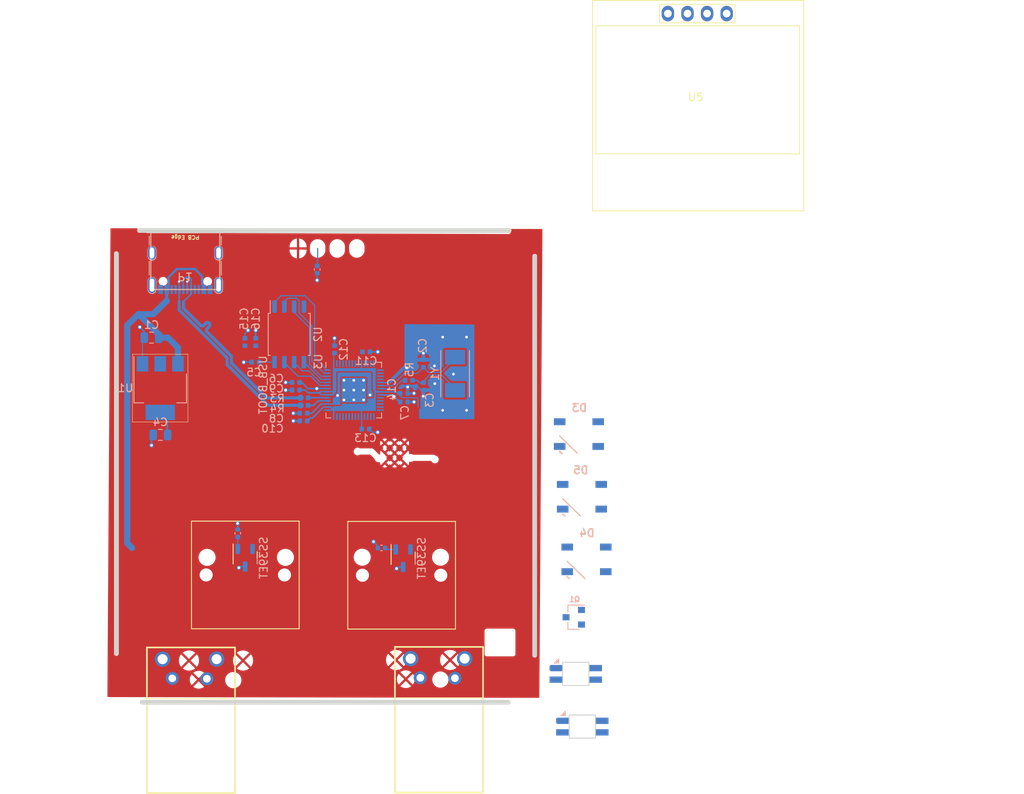
<source format=kicad_pcb>
(kicad_pcb (version 20221018) (generator pcbnew)
  (title_block (title "RP2040 Minimal Design Example") (date "2020-07-13") (rev "REV1") (company "Raspberry Pi (Trading) Ltd"))
  (layers (0 "F.Cu" signal) (31 "B.Cu" signal) (34 "B.Paste" user) (35 "F.Paste" user) (36 "B.SilkS" user "B.Silkscreen") (37 "F.SilkS" user "F.Silkscreen") (38 "B.Mask" user) (39 "F.Mask" user) (44 "Edge.Cuts" user))
  (net 0 "")
  (net 1 "GND")
  (net 2 "VBUS")
  (net 3 "/XIN")
  (net 4 "/XOUT")
  (net 5 "+3V3")
  (net 6 "+1V1")
  (net 7 "/GPIO2")
  (net 8 "/GPIO1")
  (net 9 "/GPIO0")
  (net 10 "Net-(R4-Pad2)")
  (net 11 "Net-(R3-Pad2)")
  (net 12 "Net-(C3-Pad1)")
  (net 13 "/RUN")
  (net 14 "/GPIO9")
  (net 15 "/GPIO8")
  (net 16 "/GPIO7")
  (net 17 "/GPIO6")
  (net 18 "/GPIO5")
  (net 19 "/GPIO4")
  (net 20 "/GPIO3")
  (net 21 "/SWD")
  (net 22 "/SWCLK")
  (net 23 "/QSPI_SS")
  (net 24 "/GPIO29_ADC3")
  (net 25 "/GPIO28_ADC2")
  (net 26 "/QSPI_SD3")
  (net 27 "/QSPI_SCLK")
  (net 28 "/QSPI_SD0")
  (net 29 "/QSPI_SD2")
  (net 30 "/QSPI_SD1")
  (net 31 "/USB_D+")
  (net 32 "/USB_D-")
  (net 33 "/GPIO27_ADC1")
  (net 34 "/GPIO26_ADC0")
  (net 35 "/GPIO25")
  (net 36 "/GPIO24")
  (net 37 "/GPIO23")
  (net 38 "/GPIO22")
  (net 39 "/GPIO21")
  (net 40 "/GPIO20")
  (net 41 "/GPIO19")
  (net 42 "/GPIO18")
  (net 43 "/GPIO17")
  (net 44 "/GPIO16")
  (net 45 "/GPIO15")
  (net 46 "/GPIO14")
  (net 47 "/GPIO13")
  (net 48 "/GPIO12")
  (net 49 "/GPIO11")
  (net 50 "/GPIO10")
  (net 51 "I2C0_SCL")
  (net 52 "I2C0_SDA")
  (footprint "Button_Switch_Keyboard:SW_Lekker_MX_1.00u_PCB" (layer "F.Cu") (at 91.83 110.24)
    (fp_text reference "REF**" hide)
    (fp_text value "SW_Lekker_MX_1.00u_PCB")
  )
  (footprint "Button_Switch_THT:2-1825027-0_Right_Angle_Button" (layer "F.Cu") (at 78.557 126.25)
    (fp_text reference "SW1" hide)
    (fp_text value "2-1825027-0_Right_Angle_Switch-9.24mm_Stem" hide)
  )
  (footprint "Button_Switch_Keyboard:SW_Lekker_MX_1.00u_PCB" (layer "F.Cu") (at 112.1 110.28)
    (fp_text reference "REF**" hide)
    (fp_text value "SW_Lekker_MX_1.00u_PCB")
  )
  (footprint "SSD1306:128x64OLED" (layer "F.Cu") (at 147.72 53.06)
    (fp_text reference "U5")
    (fp_text value "128x64OLED")
  )
  (footprint "Button_Switch_THT:2-1825027-0_Right_Angle_Button" (layer "F.Cu") (at 110.727 126.18)
    (fp_text reference "SW2" hide)
    (fp_text value "2-1825027-0_Right_Angle_Switch-9.24mm_Stem" hide)
  )
  (footprint "Capacitor_SMD:C_0805_2012Metric" (layer "B.Cu") (at 78.275 97.145 180)
    (fp_text reference "C4")
    (fp_text value "10u")
  )
  (footprint "Capacitor_SMD:C_0402_1005Metric" (layer "B.Cu") (at 96.8325 95.3325 180)
    (fp_text reference "C10")
    (fp_text value "1u")
  )
  (footprint "Capacitor_SMD:C_0402_1005Metric" (layer "B.Cu") (at 96.8325 94.3325 180)
    (fp_text reference "C8")
    (fp_text value "1u")
  )
  (footprint "Capacitor_SMD:C_0402_1005Metric" (layer "B.Cu") (at 104.8725 96.38)
    (fp_text reference "C13")
    (fp_text value "100n")
  )
  (footprint "Capacitor_SMD:C_0402_1005Metric" (layer "B.Cu") (at 90.595 87.6975 180)
    (fp_text reference "C5")
    (fp_text value "100n")
  )
  (footprint "Package_TO_SOT_SMD:SOT-223-3_TabPin2" (layer "B.Cu") (at 78.25 91.075 -90)
    (fp_text reference "U1")
    (fp_text value "NCP1117-3.3_SOT223")
  )
  (footprint "Package_SO:SOIC-8_5.23x5.23mm_P1.27mm" (layer "B.Cu") (at 94.985 84.0975 -90)
    (fp_text reference "U2")
    (fp_text value "W25Q128JVS")
  )
  (footprint "Capacitor_SMD:C_0402_1005Metric" (layer "B.Cu") (at 112.3825 90.85 -90)
    (fp_text reference "C3")
    (fp_text value "27p")
  )
  (footprint "Capacitor_SMD:C_0402_1005Metric" (layer "B.Cu") (at 95.8325 91.3325 180)
    (fp_text reference "C9")
    (fp_text value "100n")
  )
  (footprint "Capacitor_SMD:C_0402_1005Metric" (layer "B.Cu") (at 100.8675 86.045 90)
    (fp_text reference "C12")
    (fp_text value "100n")
  )
  (footprint "Capacitor_SMD:C_0402_1005Metric" (layer "B.Cu") (at 109.8675 91.746)
    (fp_text reference "C14")
    (fp_text value "100n")
  )
  (footprint "Capacitor_SMD:C_0402_1005Metric" (layer "B.Cu") (at 96.946624 92.3175)
    (fp_text reference "R3")
    (fp_text value "27")
  )
  (footprint "Capacitor_SMD:C_0402_1005Metric" (layer "B.Cu") (at 109.8675 92.865)
    (fp_text reference "C7")
    (fp_text value "100n")
  )
  (footprint "Capacitor_SMD:C_0805_2012Metric" (layer "B.Cu") (at 77.125 84.52 180)
    (fp_text reference "C1")
    (fp_text value "10u")
  )
  (footprint "Capacitor_SMD:C_0402_1005Metric" (layer "B.Cu") (at 104.9575 86.3675)
    (fp_text reference "C11")
    (fp_text value "100n")
  )
  (footprint "Capacitor_SMD:C_0402_1005Metric" (layer "B.Cu") (at 90.6375 85.085 90)
    (fp_text reference "C16")
    (fp_text value "100n")
  )
  (footprint "RP2040_minimal:RP2040-QFN-56" (layer "B.Cu") (at 103.3575 91.33 -90)
    (fp_text reference "U3")
    (fp_text value "RP2040")
  )
  (footprint "Capacitor_SMD:C_0402_1005Metric" (layer "B.Cu") (at 112.3825 87.88 90)
    (fp_text reference "C2")
    (fp_text value "27p")
  )
  (footprint "Capacitor_SMD:C_0402_1005Metric" (layer "B.Cu") (at 96.946624 93.3175)
    (fp_text reference "R4")
    (fp_text value "27")
  )
  (footprint "Capacitor_SMD:C_0402_1005Metric" (layer "B.Cu") (at 95.8325 90.3325 180)
    (fp_text reference "C6")
    (fp_text value "100n")
  )
  (footprint "Capacitor_SMD:C_0402_1005Metric" (layer "B.Cu") (at 89.2375 85.085 90)
    (fp_text reference "C15")
    (fp_text value "100n")
  )
  (footprint "Capacitor_SMD:C_0402_1005Metric" (layer "B.Cu") (at 110.4975 90.065)
    (fp_text reference "R5")
    (fp_text value "1k")
  )
  (footprint "Crystal:Crystal_SMD_Abracon_ABM7-2Pin_6.0x3.5mm" (layer "B.Cu") (at 116.4985 89.206 -90)
    (fp_text reference "Y1")
    (fp_text value "ABLS-12.000MHZ-B4-T")
  )
  (footprint "Keebio-Parts:WS2812B" (layer "B.Cu") (at 132.56 97.04 180)
    (fp_text reference "D3")
    (fp_text value "WS2812B" hide)
  )
  (footprint "Package_TO_SOT_SMD:SOT-23-3" (layer "B.Cu") (at 109.76 113.15 -90)
    (fp_text reference "S1" hide)
    (fp_text value "SS39ET")
  )
  (footprint "Keebio-Parts:SOT-23" (layer "B.Cu") (at 131.89 120.81 180)
    (fp_text reference "Q1")
    (fp_text value "SOT-23")
  )
  (footprint "Connector_USB:USB_C_Receptacle_GCT_USB4105-xx-A_16P_TopMnt_Horizontal" (layer "B.Cu") (at 81.5 74.6)
    (fp_text reference "P1")
    (fp_text value "USB_C_Receptacle_GCT_USB4105-xx-A_16P_TopMnt_Horizontal")
  )
  (footprint "Keebio-Parts:WS2812B" (layer "B.Cu") (at 132.95 105.17 180)
    (fp_text reference "D5")
    (fp_text value "WS2812B" hide)
  )
  (footprint "Package_TO_SOT_SMD:SOT-23-3" (layer "B.Cu") (at 89.27 113.09 -90)
    (fp_text reference "S1" hide)
    (fp_text value "SS39ET")
  )
  (footprint "Capacitor_SMD:C_0402_1005Metric" (layer "B.Cu") (at 98.61 75.67 -90)
    (fp_text reference "C23" hide)
    (fp_text value "C_0402_1005Metric" hide)
  )
  (footprint "Capacitor_SMD:C_0402_1005Metric" (layer "B.Cu") (at 88.31 109.91 90)
    (fp_text reference "C22" hide)
    (fp_text value "C_0402_1005Metric" hide)
  )
  (footprint "Capacitor_SMD:C_0402_1005Metric" (layer "B.Cu") (at 106.95 111.82 180)
    (fp_text reference "C21" hide)
    (fp_text value "C_0402_1005Metric" hide)
  )
  (footprint "Keebio-Parts:SK6812-MINI-E" (layer "B.Cu") (at 133 135 180)
    (fp_text reference "D2" hide)
    (fp_text value "SK6812-MINI-E" hide)
    (fp_line (start -1.7 -1.5) (end -1.7 1.5) (stroke (width 0.12)) (layer "Edge.Cuts"))
    (fp_line (start -1.7 1.5) (end 1.7 1.5) (stroke (width 0.12)) (layer "Edge.Cuts"))
    (fp_line (start 1.7 -1.5) (end -1.7 -1.5) (stroke (width 0.12)) (layer "Edge.Cuts"))
    (fp_line (start 1.7 1.5) (end 1.7 -1.5) (stroke (width 0.12)) (layer "Edge.Cuts"))
  )
  (footprint "Keebio-Parts:SK6812-MINI-E" (layer "B.Cu") (at 132.15 128.16 180)
    (fp_text reference "D1" hide)
    (fp_text value "SK6812-MINI-E" hide)
    (fp_line (start -1.7 -1.5) (end -1.7 1.5) (stroke (width 0.12)) (layer "Edge.Cuts"))
    (fp_line (start -1.7 1.5) (end 1.7 1.5) (stroke (width 0.12)) (layer "Edge.Cuts"))
    (fp_line (start 1.7 -1.5) (end -1.7 -1.5) (stroke (width 0.12)) (layer "Edge.Cuts"))
    (fp_line (start 1.7 1.5) (end 1.7 -1.5) (stroke (width 0.12)) (layer "Edge.Cuts"))
  )
  (footprint "Keebio-Parts:WS2812B" (layer "B.Cu") (at 133.54 113.3 180)
    (fp_text reference "D4")
    (fp_text value "WS2812B" hide)
  )
  (gr_line (start 126.824999 73.944999) (end 126.825 125.745001) (stroke (width 0.6)) (layer "Edge.Cuts"))
  (gr_line (start 123.400001 131.845) (end 75.899999 131.845) (stroke (width 0.6)) (layer "Edge.Cuts"))
  (gr_line (start 75.565 70.62) (end 123.52 70.62) (stroke (width 0.6)) (layer "Edge.Cuts"))
  (gr_line (start 72.565 125.52) (end 72.565 73.62) (stroke (width 0.6)) (layer "Edge.Cuts"))
  (gr_text "\nUSB_BOOT" (at 90.785 90.665 90) (layer "B.SilkS") (effects (font (size 1 1)) (justify mirror)))
  (segment (start 83.165 78.21) (end 83.255 78.3) (width 0.15) (layer "B.Cu") (net 0))
  (via (at 110.339 90.9205) (size 0.6) (drill 0.35) (layers "F.Cu" "B.Cu") (net 1))
  (via (at 116.2825 89.255) (size 0.6) (drill 0.35) (layers "F.Cu" "B.Cu") (net 1))
  (via (at 113.8675 90.4925) (size 0.6) (drill 0.35) (layers "F.Cu" "B.Cu") (net 1))
  (via (at 117.9825 84.455) (size 0.6) (drill 0.35) (layers "F.Cu" "B.Cu") (net 1))
  (via (at 114.8825 84.455) (size 0.6) (drill 0.35) (layers "F.Cu" "B.Cu") (net 1))
  (via (at 114.8825 93.955) (size 0.6) (drill 0.35) (layers "F.Cu" "B.Cu") (net 1))
  (via (at 106.4575 96.805) (size 0.6) (drill 0.35) (layers "F.Cu" "B.Cu") (net 1))
  (via (at 110.212 88.444) (size 0.6) (drill 0.35) (layers "F.Cu" "B.Cu") (net 1))
  (via (at 106.4725 86.3675) (size 0.6) (drill 0.35) (layers "F.Cu" "B.Cu") (net 1))
  (via (at 95.5175 95.3325) (size 0.6) (drill 0.35) (layers "F.Cu" "B.Cu") (net 1))
  (via (at 88.45 114.38) (size 0.6) (drill 0.35) (layers "F.Cu" "B.Cu") (net 1))
  (via (at 89.6375 83.57) (size 0.6) (drill 0.35) (layers "F.Cu" "B.Cu") (net 1))
  (via (at 112.371 92.127) (size 0.6) (drill 0.35) (layers "F.Cu" "B.Cu") (net 1))
  (via (at 89.08 87.7175) (size 0.6) (drill 0.35) (layers "F.Cu" "B.Cu") (net 1))
  (via (at 111.16449 91.745994) (size 0.6) (drill 0.35) (layers "F.Cu" "B.Cu") (net 1))
  (via (at 117.9825 93.955) (size 0.6) (drill 0.35) (layers "F.Cu" "B.Cu") (net 1))
  (via (at 105.92 111) (size 0.6) (drill 0.35) (layers "F.Cu" "B.Cu") (net 1))
  (via (at 95.5175 94.3325) (size 0.6) (drill 0.35) (layers "F.Cu" "B.Cu") (net 1))
  (via (at 100.8575 84.595) (size 0.6) (drill 0.35) (layers "F.Cu" "B.Cu") (net 1))
  (via (at 77.125 98.495) (size 0.6) (drill 0.35) (layers "F.Cu" "B.Cu") (net 1))
  (via (at 88.29 108.63) (size 0.6) (drill 0.35) (layers "F.Cu" "B.Cu") (net 1))
  (via (at 98.6 77.07) (size 0.6) (drill 0.35) (layers "F.Cu" "B.Cu") (net 1))
  (via (at 75.6 83.15) (size 0.6) (drill 0.35) (layers "F.Cu" "B.Cu") (net 1))
  (via (at 112.3825 86.539) (size 0.6) (drill 0.35) (layers "F.Cu" "B.Cu") (net 1))
  (via (at 94.517508 90.3325) (size 0.6) (drill 0.35) (layers "F.Cu" "B.Cu") (net 1))
  (via (at 108.91 114.49) (size 0.6) (drill 0.35) (layers "F.Cu" "B.Cu") (net 1))
  (via (at 94.5175 91.3325) (size 0.6) (drill 0.35) (layers "F.Cu" "B.Cu") (net 1))
  (via (at 111.164504 92.865) (size 0.6) (drill 0.35) (layers "F.Cu" "B.Cu") (net 1))
  (via (at 113.8175 88.1925) (size 0.6) (drill 0.35) (layers "F.Cu" "B.Cu") (net 1))
  (via (at 90.6375 83.57) (size 0.6) (drill 0.35) (layers "F.Cu" "B.Cu") (net 1))
  (segment (start 108.037 90.365) (end 109.958 88.444) (width 0.15) (layer "B.Cu") (net 1))
  (segment (start 89.1 87.6975) (end 89.08 87.7175) (width 0.15) (layer "B.Cu") (net 1))
  (segment (start 76.1875 84.52) (end 76.1875 83.7375) (width 0.2) (layer "B.Cu") (net 1))
  (segment (start 106.82 90.365) (end 108.037 90.365) (width 0.15) (layer "B.Cu") (net 1))
  (segment (start 112.3825 91.335) (end 112.0625 91.335) (width 0.15) (layer "B.Cu") (net 1))
  (segment (start 105.7825 96.805) (end 105.3575 96.38) (width 0.15) (layer "B.Cu") (net 1))
  (segment (start 109.1125 114.2875) (end 108.91 114.49) (width 0.15) (layer "B.Cu") (net 1))
  (segment (start 88.6025 114.2275) (end 88.45 114.38) (width 0.15) (layer "B.Cu") (net 1))
  (segment (start 77.125 98.495) (end 77.125 97.145) (width 0.2) (layer "B.Cu") (net 1))
  (segment (start 100.8675 84.605) (end 100.8575 84.595) (width 0.15) (layer "B.Cu") (net 1))
  (segment (start 104.9075 90.33) (end 104.6325 90.055) (width 0.15) (layer "B.Cu") (net 1))
  (segment (start 90.6375 84.6) (end 90.6375 83.57) (width 0.2) (layer "B.Cu") (net 1))
  (segment (start 89.2375 84.6) (end 89.2375 83.97) (width 0.15) (layer "B.Cu") (net 1))
  (segment (start 95.3475 90.3325) (end 94.517508 90.3325) (width 0.2) (layer "B.Cu") (net 1))
  (segment (start 89.2375 83.97) (end 89.6375 83.57) (width 0.15) (layer "B.Cu") (net 1))
  (segment (start 75.95 87.925) (end 75.95 84.7575) (width 0.15) (layer "B.Cu") (net 1))
  (segment (start 90.11 87.6975) (end 89.1 87.6975) (width 0.15) (layer "B.Cu") (net 1))
  (segment (start 106.4575 96.805) (end 105.7825 96.805) (width 0.15) (layer "B.Cu") (net 1))
  (segment (start 110.3525 91.746) (end 111.164484 91.746) (width 0.2) (layer "B.Cu") (net 1))
  (segment (start 96.3475 95.3325) (end 95.5175 95.3325) (width 0.2) (layer "B.Cu") (net 1))
  (segment (start 112.0625 91.335) (end 111.648 90.9205) (width 0.15) (layer "B.Cu") (net 1))
  (segment (start 88.31 108.65) (end 88.29 108.63) (width 0.15) (layer "B.Cu") (net 1))
  (segment (start 112.3825 92.1155) (end 112.371 92.127) (width 0.15) (layer "B.Cu") (net 1))
  (segment (start 111.164484 91.746) (end 111.16449 91.745994) (width 0.2) (layer "B.Cu") (net 1))
  (segment (start 112.3825 91.335) (end 112.3825 92.1155) (width 0.15) (layer "B.Cu") (net 1))
  (segment (start 105.4425 86.3675) (end 106.4725 86.3675) (width 0.2) (layer "B.Cu") (net 1))
  (segment (start 112.3825 87.395) (end 112.3825 86.539) (width 0.2) (layer "B.Cu") (net 1))
  (segment (start 75.95 84.7575) (end 76.1875 84.52) (width 0.15) (layer "B.Cu") (net 1))
  (segment (start 110.3525 92.865) (end 111.164504 92.865) (width 0.2) (layer "B.Cu") (net 1))
  (segment (start 89.27 114.2275) (end 88.6025 114.2275) (width 0.15) (layer "B.Cu") (net 1))
  (segment (start 95.3475 91.3325) (end 94.5175 91.3325) (width 0.2) (layer "B.Cu") (net 1))
  (segment (start 96.3475 94.3325) (end 95.5175 94.3325) (width 0.2) (layer "B.Cu") (net 1))
  (segment (start 106.47 111.55) (end 106.47 111.82) (width 0.15) (layer "B.Cu") (net 1))
  (segment (start 88.31 109.43) (end 88.31 108.65) (width 0.15) (layer "B.Cu") (net 1))
  (segment (start 100.8675 85.56) (end 100.8675 84.605) (width 0.15) (layer "B.Cu") (net 1))
  (segment (start 76.1875 83.7375) (end 75.6 83.15) (width 0.2) (layer "B.Cu") (net 1))
  (segment (start 98.6 77.07) (end 98.6 76.44) (width 0.15) (layer "B.Cu") (net 1))
  (segment (start 109.76 114.2875) (end 109.1125 114.2875) (width 0.15) (layer "B.Cu") (net 1))
  (segment (start 111.648 90.9205) (end 111.482 90.9205) (width 0.15) (layer "B.Cu") (net 1))
  (segment (start 105.92 111) (end 106.47 111.55) (width 0.15) (layer "B.Cu") (net 1))
  (segment (start 109.958 88.444) (end 110.212 88.444) (width 0.15) (layer "B.Cu") (net 1))
  (segment (start 78.0625 84.52) (end 79.25 84.52) (width 0.8) (layer "B.Cu") (net 2))
  (segment (start 77.925 80.92) (end 79.105 79.74) (width 0.8) (layer "B.Cu") (net 2))
  (segment (start 75.425 81.47) (end 78.0625 84.1075) (width 0.8) (layer "B.Cu") (net 2))
  (segment (start 77.9 80.92) (end 77.925 80.92) (width 0.8) (layer "B.Cu") (net 2))
  (segment (start 75.425 81.47) (end 77.35 81.47) (width 0.8) (layer "B.Cu") (net 2))
  (segment (start 79.34 78.065) (end 79.105 78.3) (width 0.3) (layer "B.Cu") (net 2))
  (segment (start 80.42 75.61) (end 79.34 76.69) (width 0.3) (layer "B.Cu") (net 2))
  (segment (start 83.905 77.89) (end 83.905 78.3) (width 0.15) (layer "B.Cu") (net 2))
  (segment (start 73.975 82.92) (end 73.975 111.195) (width 0.8) (layer "B.Cu") (net 2))
  (segment (start 79.105 79.74) (end 79.105 78.3) (width 0.39878) (layer "B.Cu") (net 2))
  (segment (start 75.425 81.47) (end 73.975 82.92) (width 0.8) (layer "B.Cu") (net 2))
  (segment (start 83.67 77.655) (end 83.67 76.53) (width 0.3) (layer "B.Cu") (net 2))
  (segment (start 82.75 75.61) (end 80.42 75.61) (width 0.3) (layer "B.Cu") (net 2))
  (segment (start 79.34 76.69) (end 79.34 78.065) (width 0.3) (layer "B.Cu") (net 2))
  (segment (start 80.55 85.82) (end 80.55 87.925) (width 0.8) (layer "B.Cu") (net 2))
  (segment (start 83.905 77.89) (end 83.67 77.655) (width 0.3) (layer "B.Cu") (net 2))
  (segment (start 79.105 79.74) (end 79.08 79.74) (width 0.8) (layer "B.Cu") (net 2))
  (segment (start 79.08 79.74) (end 77.9 80.92) (width 0.8) (layer "B.Cu") (net 2))
  (segment (start 83.67 76.53) (end 82.75 75.61) (width 0.3) (layer "B.Cu") (net 2))
  (segment (start 73.975 111.195) (end 74.6 111.82) (width 0.8) (layer "B.Cu") (net 2))
  (segment (start 77.35 81.47) (end 77.9 80.92) (width 0.8) (layer "B.Cu") (net 2))
  (segment (start 78.0625 84.1075) (end 78.0625 84.52) (width 0.8) (layer "B.Cu") (net 2))
  (segment (start 79.25 84.52) (end 80.55 85.82) (width 0.8) (layer "B.Cu") (net 2))
  (segment (start 106.82 90.765) (end 108.320361 90.765) (width 0.15) (layer "B.Cu") (net 3))
  (segment (start 109.920361 89.165) (end 111.5825 89.165) (width 0.15) (layer "B.Cu") (net 3))
  (segment (start 108.320361 90.765) (end 109.920361 89.165) (width 0.15) (layer "B.Cu") (net 3))
  (segment (start 112.3825 88.365) (end 113.033 89.0155) (width 0.15) (layer "B.Cu") (net 3))
  (segment (start 116.4985 87.191463) (end 116.4985 87.056) (width 0.15) (layer "B.Cu") (net 3))
  (segment (start 111.5825 89.165) (end 112.3825 88.365) (width 0.15) (layer "B.Cu") (net 3))
  (segment (start 113.033 89.0155) (end 114.674463 89.0155) (width 0.15) (layer "B.Cu") (net 3))
  (segment (start 114.674463 89.0155) (end 116.4985 87.191463) (width 0.15) (layer "B.Cu") (net 3))
  (segment (start 108.4825 91.165) (end 109.5825 90.065) (width 0.15) (layer "B.Cu") (net 4))
  (segment (start 106.82 91.165) (end 108.4825 91.165) (width 0.15) (layer "B.Cu") (net 4))
  (segment (start 109.5825 90.065) (end 110.0125 90.065) (width 0.15) (layer "B.Cu") (net 4))
  (segment (start 98.59 75.47) (end 98.6 75.48) (width 0.15) (layer "B.Cu") (net 5))
  (segment (start 79.175 94.145) (end 79.175 97.145) (width 0.2) (layer "B.Cu") (net 5))
  (segment (start 88.32 111.9525) (end 88.32 110.4) (width 0.15) (layer "B.Cu") (net 5))
  (segment (start 99.88 91.5325) (end 100.7175 91.5325) (width 0.2) (layer "B.Cu") (net 5))
  (segment (start 91.08 87.6975) (end 91.1025 87.72) (width 0.15) (layer "B.Cu") (net 5))
  (segment (start 104.3875 96.38) (end 104.3875 94.7975) (width 0.15) (layer "B.Cu") (net 5))
  (segment (start 100.7575 94.7675) (end 100.7575 93.93) (width 0.2) (layer "B.Cu") (net 5))
  (segment (start 99.88 91.9325) (end 100.5175 91.9325) (width 0.2) (layer "B.Cu") (net 5))
  (segment (start 93.08 87.6975) (end 91.08 87.6975) (width 0.15) (layer "B.Cu") (net 5))
  (segment (start 99.0175 91.5325) (end 99.88 91.5325) (width 0.2) (layer "B.Cu") (net 5))
  (segment (start 108.888 91.565) (end 109.069 91.746) (width 0.2) (layer "B.Cu") (net 5))
  (segment (start 100.7575 88.5575) (end 100.7675 88.5675) (width 0.15) (layer "B.Cu") (net 5))
  (segment (start 104.3875 94.7975) (end 104.3575 94.7675) (width 0.15) (layer "B.Cu") (net 5))
  (segment (start 97.7175 94.9325) (end 97.3175 95.3325) (width 0.2) (layer "B.Cu") (net 5))
  (segment (start 100.7575 87.8925) (end 100.7575 86.64) (width 0.15) (layer "B.Cu") (net 5))
  (segment (start 108.81 112.0125) (end 107.6225 112.0125) (width 0.15) (layer "B.Cu") (net 5))
  (segment (start 111.689505 92.461505) (end 111.689505 93.506995) (width 0.15) (layer "B.Cu") (net 5))
  (segment (start 109.3825 91.746) (end 109.3825 92.066) (width 0.15) (layer "B.Cu") (net 5))
  (segment (start 109.634 92.3175) (end 111.5455 92.3175) (width 0.15) (layer "B.Cu") (net 5))
  (segment (start 100.7575 86.64) (end 100.8675 86.53) (width 0.15) (layer "B.Cu") (net 5))
  (segment (start 104.3575 94.7675) (end 104.3575 93.7825) (width 0.15) (layer "B.Cu") (net 5))
  (segment (start 98.67 75.41) (end 98.6 75.48) (width 0.15) (layer "B.Cu") (net 5))
  (segment (start 109.3825 92.066) (end 109.634 92.3175) (width 0.15) (layer "B.Cu") (net 5))
  (segment (start 88.32 110.4) (end 88.31 110.39) (width 0.15) (layer "B.Cu") (net 5))
  (segment (start 111.5455 92.3175) (end 111.689505 92.461505) (width 0.15) (layer "B.Cu") (net 5))
  (segment (start 99.88 91.9325) (end 99.117498 91.9325) (width 0.2) (layer "B.Cu") (net 5))
  (segment (start 98.867499 91.682501) (end 99.0175 91.5325) (width 0.2) (layer "B.Cu") (net 5))
  (segment (start 109.069 91.746) (end 109.3825 91.746) (width 0.2) (layer "B.Cu") (net 5))
  (segment (start 104.3575 88.6325) (end 104.3675 88.6425) (width 0.15) (layer "B.Cu") (net 5))
  (segment (start 104.3575 86.4825) (end 104.4725 86.3675) (width 0.15) (layer "B.Cu") (net 5))
  (segment (start 98.0175 94.9325) (end 99.4175 93.5325) (width 0.2) (layer "B.Cu") (net 5))
  (segment (start 96.3175 91.3325) (end 97.080034 91.3325) (width 0.2) (layer "B.Cu") (net 5))
  (segment (start 99.92 93.93) (end 100.7575 93.93) (width 0.2) (layer "B.Cu") (net 5))
  (segment (start 98.0175 94.9325) (end 97.7175 94.9325) (width 0.2) (layer "B.Cu") (net 5))
  (segment (start 97.430035 91.682501) (end 98.867499 91.682501) (width 0.2) (layer "B.Cu") (net 5))
  (segment (start 100.36 93.5325) (end 100.7575 93.93) (width 0.2) (layer "B.Cu") (net 5))
  (segment (start 106.82 91.565) (end 106.1825 91.565) (width 0.2) (layer "B.Cu") (net 5))
  (segment (start 99.4175 93.5325) (end 100.36 93.5325) (width 0.2) (layer "B.Cu") (net 5))
  (segment (start 107.6225 112.0125) (end 107.43 111.82) (width 0.15) (layer "B.Cu") (net 5))
  (segment (start 106.82 91.565) (end 108.888 91.565) (width 0.2) (layer "B.Cu") (net 5))
  (segment (start 104.3575 93.7825) (end 104.3425 93.7675) (width 0.15) (layer "B.Cu") (net 5))
  (segment (start 99.117498 91.9325) (end 98.867499 91.682501) (width 0.2) (layer "B.Cu") (net 5))
  (segment (start 100.5175 91.9325) (end 100.7175 91.7325) (width 0.2) (layer "B.Cu") (net 5))
  (segment (start 98.67 72.945) (end 98.67 75.41) (width 0.15) (layer "B.Cu") (net 5))
  (segment (start 104.3575 87.8925) (end 104.3575 88.6325) (width 0.15) (layer "B.Cu") (net 5))
  (segment (start 97.080034 91.3325) (end 97.430035 91.682501) (width 0.2) (layer "B.Cu") (net 5))
  (segment (start 104.4175 94.8275) (end 104.3575 94.7675) (width 0.15) (layer "B.Cu") (net 5))
  (segment (start 100.7575 87.8925) (end 100.7575 88.5575) (width 0.15) (layer "B.Cu") (net 5))
  (segment (start 108.5825 92.165) (end 108.3725 91.955) (width 0.4) (layer "F.Cu") (net 6))
  (segment (start 108.3725 91.955) (end 105.49247 91.955) (width 0.4) (layer "F.Cu") (net 6))
  (segment (start 98.557494 91.13) (end 100.3675 91.13) (width 0.4) (layer "F.Cu") (net 6))
  (segment (start 100.3675 91.13) (end 101.2575 92.02) (width 0.4) (layer "F.Cu") (net 6))
  (via (at 98.557494 91.13) (size 0.6) (drill 0.35) (layers "F.Cu" "B.Cu") (net 6))
  (via (at 101.2575 92.02) (size 0.6) (drill 0.35) (layers "F.Cu" "B.Cu") (net 6))
  (via (at 108.5825 92.165) (size 0.6) (drill 0.35) (layers "F.Cu" "B.Cu") (net 6))
  (via (at 105.4675 91.9675) (size 0.6) (drill 0.35) (layers "F.Cu" "B.Cu") (net 6))
  (segment (start 99.92 91.13) (end 98.557494 91.13) (width 0.2) (layer "B.Cu") (net 6))
  (segment (start 101.2575 92.02) (end 101.2575 91.83) (width 0.15) (layer "B.Cu") (net 6))
  (segment (start 97.4125 91.1325) (end 98.09323 91.1325) (width 0.2) (layer "B.Cu") (net 6))
  (segment (start 99.1175 93.1325) (end 97.9175 94.3325) (width 0.2) (layer "B.Cu") (net 6))
  (segment (start 98.13323 91.13) (end 98.557494 91.13) (width 0.2) (layer "B.Cu") (net 6))
  (segment (start 99.88 93.1325) (end 99.1175 93.1325) (width 0.2) (layer "B.Cu") (net 6))
  (segment (start 109.2825 92.865) (end 109.3825 92.865) (width 0.2) (layer "B.Cu") (net 6))
  (segment (start 97.9175 94.3325) (end 97.3175 94.3325) (width 0.2) (layer "B.Cu") (net 6))
  (segment (start 99.88 93.1325) (end 100.7175 93.1325) (width 0.2) (layer "B.Cu") (net 6))
  (segment (start 108.5825 92.165) (end 109.2825 92.865) (width 0.2) (layer "B.Cu") (net 6))
  (segment (start 108.5825 92.165) (end 108.3825 91.965) (width 0.2) (layer "B.Cu") (net 6))
  (segment (start 108.3825 91.965) (end 106.82 91.965) (width 0.2) (layer "B.Cu") (net 6))
  (segment (start 96.6125 90.3325) (end 97.4125 91.1325) (width 0.2) (layer "B.Cu") (net 6))
  (segment (start 96.3175 90.3325) (end 96.6125 90.3325) (width 0.2) (layer "B.Cu") (net 6))
  (segment (start 98.731624 92.7175) (end 98.131624 93.3175) (width 0.2) (layer "B.Cu") (net 10))
  (segment (start 98.131624 93.3175) (end 97.431624 93.3175) (width 0.2) (layer "B.Cu") (net 10))
  (segment (start 99.994124 92.7175) (end 98.731624 92.7175) (width 0.2) (layer "B.Cu") (net 10))
  (segment (start 99.994124 92.3175) (end 97.431624 92.3175) (width 0.2) (layer "B.Cu") (net 11))
  (segment (start 112.3825 90.1675) (end 113.1535 89.3965) (width 0.15) (layer "B.Cu") (net 12))
  (segment (start 110.9825 90.065) (end 111.5825 90.065) (width 0.15) (layer "B.Cu") (net 12))
  (segment (start 111.5825 90.065) (end 111.8825 90.365) (width 0.15) (layer "B.Cu") (net 12))
  (segment (start 114.766463 89.3965) (end 116.4985 91.128537) (width 0.15) (layer "B.Cu") (net 12))
  (segment (start 116.4985 91.128537) (end 116.4985 91.356) (width 0.15) (layer "B.Cu") (net 12))
  (segment (start 111.8825 90.365) (end 112.3825 90.365) (width 0.15) (layer "B.Cu") (net 12))
  (segment (start 112.3825 90.365) (end 112.3825 90.1675) (width 0.15) (layer "B.Cu") (net 12))
  (segment (start 113.1535 89.3965) (end 114.766463 89.3965) (width 0.15) (layer "B.Cu") (net 12))
  (segment (start 98.28 80.33) (end 97.03 79.08) (width 0.15) (layer "B.Cu") (net 23))
  (segment (start 97.03 79.08) (end 93.93 79.08) (width 0.15) (layer "B.Cu") (net 23))
  (segment (start 98.28 87.09) (end 98.28 80.33) (width 0.15) (layer "B.Cu") (net 23))
  (segment (start 93.08 79.93) (end 93.08 80.4975) (width 0.15) (layer "B.Cu") (net 23))
  (segment (start 93.93 79.08) (end 93.08 79.93) (width 0.15) (layer "B.Cu") (net 23))
  (segment (start 99.92 88.73) (end 98.28 87.09) (width 0.15) (layer "B.Cu") (net 23))
  (segment (start 97.77 89.52) (end 98.98 90.73) (width 0.15) (layer "B.Cu") (net 26))
  (segment (start 98.98 90.73) (end 99.92 90.73) (width 0.15) (layer "B.Cu") (net 26))
  (segment (start 96.11217 89.52) (end 97.77 89.52) (width 0.15) (layer "B.Cu") (net 26))
  (segment (start 94.35 87.6975) (end 94.35 87.75783) (width 0.15) (layer "B.Cu") (net 26))
  (segment (start 94.35 87.75783) (end 96.11217 89.52) (width 0.15) (layer "B.Cu") (net 26))
  (segment (start 97.52 88.83) (end 96.69217 88.83) (width 0.15) (layer "B.Cu") (net 27))
  (segment (start 95.62 87.75783) (end 95.62 87.6975) (width 0.15) (layer "B.Cu") (net 27))
  (segment (start 99.92 90.33) (end 99.02 90.33) (width 0.15) (layer "B.Cu") (net 27))
  (segment (start 99.02 90.33) (end 97.52 88.83) (width 0.15) (layer "B.Cu") (net 27))
  (segment (start 96.69217 88.83) (end 95.62 87.75783) (width 0.15) (layer "B.Cu") (net 27))
  (segment (start 99.1225 89.93) (end 96.89 87.6975) (width 0.15) (layer "B.Cu") (net 28))
  (segment (start 99.92 89.93) (end 99.1225 89.93) (width 0.15) (layer "B.Cu") (net 28))
  (segment (start 99.92 89.53) (end 99.146764 89.53) (width 0.15) (layer "B.Cu") (net 29))
  (segment (start 97.62 83.23) (end 95.62 81.23) (width 0.15) (layer "B.Cu") (net 29))
  (segment (start 99.146764 89.53) (end 97.62 88.003236) (width 0.15) (layer "B.Cu") (net 29))
  (segment (start 95.62 81.23) (end 95.62 80.4975) (width 0.15) (layer "B.Cu") (net 29))
  (segment (start 97.62 88.003236) (end 97.62 83.23) (width 0.15) (layer "B.Cu") (net 29))
  (segment (start 97.92 87.556409) (end 97.92 82.96) (width 0.15) (layer "B.Cu") (net 30))
  (segment (start 99.493591 89.13) (end 97.92 87.556409) (width 0.15) (layer "B.Cu") (net 30))
  (segment (start 99.92 89.13) (end 99.493591 89.13) (width 0.15) (layer "B.Cu") (net 30))
  (segment (start 96.27 81.31) (end 96.27 79.73) (width 0.15) (layer "B.Cu") (net 30))
  (segment (start 97.92 82.96) (end 96.27 81.31) (width 0.15) (layer "B.Cu") (net 30))
  (segment (start 94.35 79.84) (end 94.35 80.4975) (width 0.15) (layer "B.Cu") (net 30))
  (segment (start 94.79 79.4) (end 94.35 79.84) (width 0.15) (layer "B.Cu") (net 30))
  (segment (start 96.27 79.73) (end 95.94 79.4) (width 0.15) (layer "B.Cu") (net 30))
  (segment (start 95.94 79.4) (end 94.79 79.4) (width 0.15) (layer "B.Cu") (net 30))
  (segment (start 84.319455 83.34628) (end 84.602297 83.063437) (width 0.4) (layer "B.Cu") (net 31))
  (segment (start 84.178032 82.639173) (end 83.895189 82.922015) (width 0.4) (layer "B.Cu") (net 31))
  (segment (start 82.255 78.3) (end 82.255 78.875) (width 0.2) (layer "B.Cu") (net 31))
  (segment (start 83.470926 82.922016) (end 81.27 80.72109) (width 0.4) (layer "B.Cu") (net 31))
  (segment (start 82.255 76.905) (end 82.255 78.3) (width 0.2) (layer "B.Cu") (net 31))
  (segment (start 82.05 76.7) (end 82.255 76.905) (width 0.2) (layer "B.Cu") (net 31))
  (segment (start 81.225 77.045) (end 81.57 76.7) (width 0.2) (layer "B.Cu") (net 31))
  (segment (start 84.319454 83.34628) (end 84.319455 83.34628) (width 0.4) (layer "B.Cu") (net 31))
  (segment (start 87.48 87.79359) (end 87.48 86.93109) (width 0.4) (layer "B.Cu") (net 31))
  (segment (start 84.178032 82.639172) (end 84.178032 82.639173) (width 0.4) (layer "B.Cu") (net 31))
  (segment (start 82.255 78.875) (end 81.27 79.86) (width 0.2) (layer "B.Cu") (net 31))
  (segment (start 81.225 78.27) (end 81.225 77.045) (width 0.2) (layer "B.Cu") (net 31))
  (segment (start 83.470925 82.922015) (end 83.470926 82.922016) (width 0.4) (layer "B.Cu") (net 31))
  (segment (start 92.02891 92.3425) (end 87.48 87.79359) (width 0.4) (layer "B.Cu") (net 31))
  (segment (start 96.436624 92.3425) (end 92.02891 92.3425) (width 0.4) (layer "B.Cu") (net 31))
  (segment (start 87.48 86.93109) (end 84.319455 83.770545) (width 0.4) (layer "B.Cu") (net 31))
  (segment (start 81.27 80.72109) (end 81.27 79.86) (width 0.4) (layer "B.Cu") (net 31))
  (segment (start 96.461624 92.3175) (end 96.436624 92.3425) (width 0.8) (layer "B.Cu") (net 31))
  (segment (start 81.57 76.7) (end 82.05 76.7) (width 0.2) (layer "B.Cu") (net 31))
  (arc (start 83.895189 82.922015) (mid 83.683057 83.009883) (end 83.470925 82.922015) (width 0.4) (layer "B.Cu") (net 31))
  (arc (start 84.602297 82.639173) (mid 84.390165 82.551304) (end 84.178032 82.639172) (width 0.4) (layer "B.Cu") (net 31))
  (arc (start 84.319455 83.770545) (mid 84.231586 83.558413) (end 84.319454 83.34628) (width 0.4) (layer "B.Cu") (net 31))
  (arc (start 84.602297 83.063437) (mid 84.690165 82.851305) (end 84.602297 82.639173) (width 0.4) (layer "B.Cu") (net 31))
  (segment (start 81.75 77.25) (end 80.69 77.25) (width 0.2) (layer "F.Cu") (net 32))
  (via (at 80.69 77.25) (size 0.4) (drill 0.25) (layers "F.Cu" "B.Cu") (net 32))
  (via (at 81.75 77.25) (size 0.4) (drill 0.25) (layers "F.Cu" "B.Cu") (net 32))
  (segment (start 80.7 80.92891) (end 86.93 87.15891) (width 0.4) (layer "B.Cu") (net 32))
  (segment (start 92.208592 93.3) (end 96.429124 93.3) (width 0.4) (layer "B.Cu") (net 32))
  (segment (start 80.7 79.84) (end 80.7 78.355) (width 0.2) (layer "B.Cu") (net 32))
  (segment (start 80.7 78.355) (end 80.755 78.3) (width 0.2) (layer "B.Cu") (net 32))
  (segment (start 86.93 87.15891) (end 86.93 88.021408) (width 0.4) (layer "B.Cu") (net 32))
  (segment (start 81.75 78.295) (end 81.755 78.3) (width 0.15) (layer "B.Cu") (net 32))
  (segment (start 86.93 88.021408) (end 92.208592 93.3) (width 0.4) (layer "B.Cu") (net 32))
  (segment (start 80.69 78.235) (end 80.755 78.3) (width 0.15) (layer "B.Cu") (net 32))
  (segment (start 96.461624 93.3175) (end 96.436624 93.2925) (width 0.8) (layer "B.Cu") (net 32))
  (segment (start 80.7 79.84) (end 80.69 79.83) (width 0.2) (layer "B.Cu") (net 32))
  (segment (start 81.75 77.25) (end 81.75 78.295) (width 0.2) (layer "B.Cu") (net 32))
  (segment (start 80.7 79.84) (end 80.7 80.92891) (width 0.4) (layer "B.Cu") (net 32))
  (segment (start 80.69 77.25) (end 80.69 78.235) (width 0.2) (layer "B.Cu") (net 32))
  (segment (start 81.755 77.335) (end 81.8175 77.2725) (width 0.27) (layer "B.Cu") (net 32))
  (segment (start 96.429124 93.3) (end 96.436624 93.2925) (width 0.4) (layer "B.Cu") (net 32))
  (segment (start 101.9575 95.193909) (end 101.9575 94.7675) (width 0.15) (layer "B.Cu") (net 33))
  (segment (start 102.3475 94.7775) (end 102.3575 94.7675) (width 0.15) (layer "B.Cu") (net 34))
  (segment (start 105.5575 95.193909) (end 105.5575 94.7675) (width 0.15) (layer "B.Cu") (net 41))
  (segment (start 106.82 88.765) (end 106.92 88.665) (width 0.15) (layer "B.Cu") (net 48))
  (zone (net 1) (net_name "GND") (layer "F.Cu") (connect_pads (clearance 0.2)) (min_thickness 0.2) (fill yes (thermal_gap 0.3) (thermal_bridge_width 0.3))
    (polygon (pts (xy 71.4 131.17) (xy 127.425 131.27) (xy 127.825 70.42) (xy 71.8 70.32)))
  )
  (zone (net 5) (net_name "+3V3") (layer "B.Cu") (connect_pads yes (clearance 0.15)) (min_thickness 0.15) (fill yes (thermal_gap 0.508) (thermal_bridge_width 0.508))
    (polygon (pts (xy 106.2425 94.0425) (xy 106.2425 88.4425) (xy 100.6425 88.4425) (xy 100.6425 91.2425) (xy 100.6425 92.0425) (xy 100.6425 94.0425)))
  )
  (zone (net 1) (net_name "GND") (layer "B.Cu") (priority 1) (connect_pads (clearance 0.25)) (min_thickness 0.254) (fill yes (thermal_gap 0.5) (thermal_bridge_width 0.5))
    (polygon (pts (xy 111.8225 95.065) (xy 118.9975 95.115) (xy 118.9975 82.815) (xy 109.9225 82.765) (xy 109.9225 88.065) (xy 107.8225 90.165) (xy 107.8225 91.365) (xy 111.8225 91.365)))
  )
  (zone (net 6) (net_name "+1V1") (layer "B.Cu") (priority 1) (connect_pads yes (clearance 0.15)) (min_thickness 0.15) (fill yes (thermal_gap 0.508) (thermal_bridge_width 0.508))
    (polygon (pts (xy 101.6425 93.2425) (xy 101.6425 89.6425) (xy 105.0425 89.6425) (xy 105.0425 92.2425) (xy 105.8425 92.2425) (xy 105.8425 91.4425) (xy 105.6425 91.4425) (xy 105.6425 89.0425) (xy 101.2425 89.0425) (xy 101.2425 91.8425) (xy 101.0425 91.8425) (xy 101.0425 92.2425) (xy 100.6425 92.2425) (xy 100.6425 93.2425)))
  )
)
</source>
